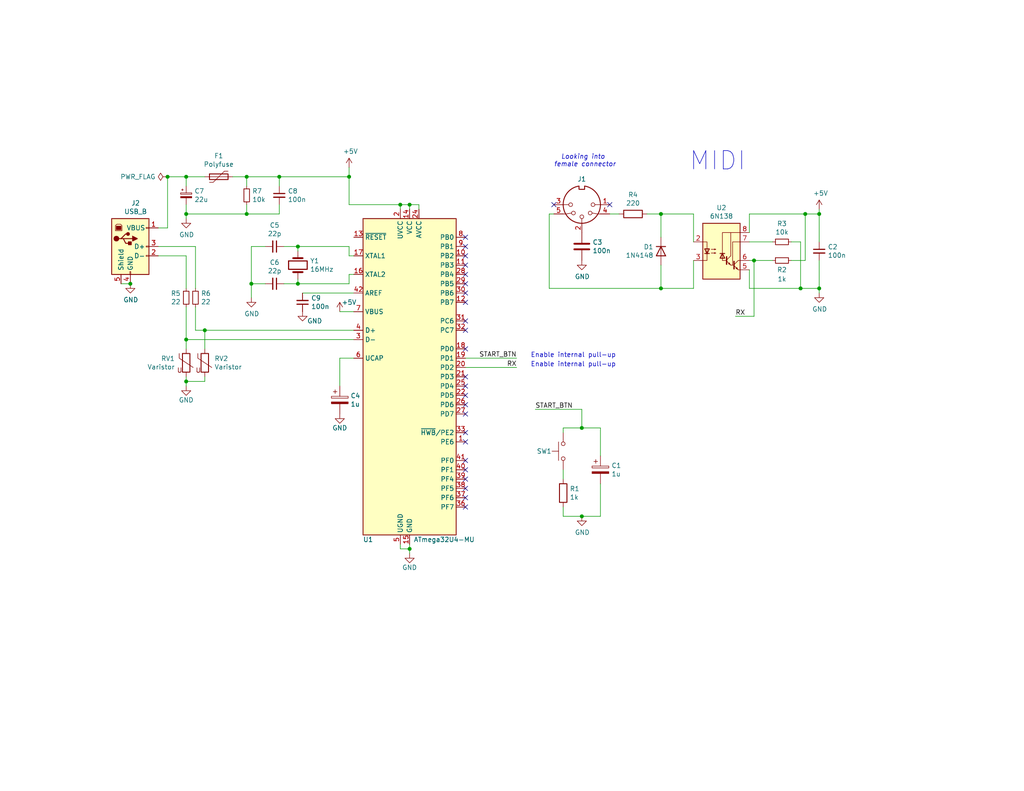
<source format=kicad_sch>
(kicad_sch (version 20211123) (generator eeschema)
  (paper "USLetter")
  (title_block (title "Rock Band 3 MIDI Adapter") (date "2021-10-26") (rev "1") (comment 1 "Designed By: Jason Carrete"))
  (lib_symbols
    (symbol "Connector:DIN-5_180degree" (pin_names (offset 1.016))
      (property "Reference" "J" (at 3.175 5.715 0))
      (property "Value" "DIN-5_180degree" (at 0 -6.35 0))
      (symbol "DIN-5_180degree_0_1"
        (arc (start -5.08 0) (mid -3.8597 -3.3379) (end -0.762 -5.08) (stroke (width 0.254)))
        (circle (center -3.048 0) (radius 0.508))
        (circle (center -2.286 2.286) (radius 0.508))
        (polyline (pts (xy -5.08 0) (xy -3.556 0)))
        (polyline (pts (xy 0 5.08) (xy 0 3.81)))
        (polyline (pts (xy 5.08 0) (xy 3.556 0)))
        (polyline (pts (xy -5.08 2.54) (xy -4.318 2.54) (xy -2.794 2.286)))
        (polyline (pts (xy 5.08 2.54) (xy 4.318 2.54) (xy 2.794 2.286)))
        (polyline (pts (xy -0.762 -4.953) (xy -0.762 -4.191) (xy 0.762 -4.191) (xy 0.762 -4.953)) (stroke (width 0.254)))
        (circle (center 0 3.302) (radius 0.508))
        (arc (start 0.762 -5.08) (mid 3.8673 -3.3444) (end 5.08 0) (stroke (width 0.254)))
        (circle (center 2.286 2.286) (radius 0.508))
        (circle (center 3.048 0) (radius 0.508))
        (arc (start 5.08 0) (mid 0 5.08) (end -5.08 0) (stroke (width 0.254)))
      )
      (symbol "DIN-5_180degree_1_1"
        (pin passive line (at -7.62 0 0) (length 2.54) (name "~") (number "1"))
        (pin passive line (at 0 7.62 270) (length 2.54) (name "~") (number "2"))
        (pin passive line (at 7.62 0 180) (length 2.54) (name "~") (number "3"))
        (pin passive line (at -7.62 2.54 0) (length 2.54) (name "~") (number "4"))
        (pin passive line (at 7.62 2.54 180) (length 2.54) (name "~") (number "5"))
      )
    )
    (symbol "Connector:USB_B" (pin_names (offset 1.016))
      (property "Reference" "J" (at -5.08 11.43 0))
      (property "Value" "USB_B" (at -5.08 8.89 0))
      (symbol "USB_B_0_1"
        (rectangle (start -5.08 -7.62) (end 5.08 7.62) (stroke (width 0.254)) (fill (type background)))
        (circle (center -3.81 2.159) (radius 0.635) (stroke (width 0.254)) (fill (type outline)))
        (rectangle (start -3.81 5.588) (end -2.54 4.572) (fill (type outline)))
        (circle (center -0.635 3.429) (radius 0.381) (stroke (width 0.254)) (fill (type outline)))
        (rectangle (start -0.127 -7.62) (end 0.127 -6.858))
        (polyline (pts (xy -1.905 2.159) (xy 0.635 2.159)) (stroke (width 0.254)))
        (polyline (pts (xy -3.175 2.159) (xy -2.54 2.159) (xy -1.27 3.429) (xy -0.635 3.429)) (stroke (width 0.254)))
        (polyline (pts (xy -2.54 2.159) (xy -1.905 2.159) (xy -1.27 0.889) (xy 0 0.889)) (stroke (width 0.254)))
        (polyline (pts (xy 0.635 2.794) (xy 0.635 1.524) (xy 1.905 2.159) (xy 0.635 2.794)) (stroke (width 0.254)) (fill (type outline)))
        (polyline (pts (xy -4.064 4.318) (xy -2.286 4.318) (xy -2.286 5.715) (xy -2.667 6.096) (xy -3.683 6.096) (xy -4.064 5.715) (xy -4.064 4.318)))
        (rectangle (start 0.254 1.27) (end -0.508 0.508) (stroke (width 0.254)) (fill (type outline)))
        (rectangle (start 5.08 -2.667) (end 4.318 -2.413))
        (rectangle (start 5.08 -0.127) (end 4.318 0.127))
        (rectangle (start 5.08 4.953) (end 4.318 5.207))
      )
      (symbol "USB_B_1_1"
        (pin power_out line (at 7.62 5.08 180) (length 2.54) (name "VBUS") (number "1"))
        (pin bidirectional line (at 7.62 -2.54 180) (length 2.54) (name "D-") (number "2"))
        (pin bidirectional line (at 7.62 0 180) (length 2.54) (name "D+") (number "3"))
        (pin power_out line (at 0 -10.16 90) (length 2.54) (name "GND") (number "4"))
        (pin passive line (at -2.54 -10.16 90) (length 2.54) (name "Shield") (number "5"))
      )
    )
    (symbol "Device:C" (pin_numbers hide) (pin_names (offset 0.254))
      (property "Reference" "C" (at 0.635 2.54 0))
      (property "Value" "C" (at 0.635 -2.54 0))
      (symbol "C_0_1"
        (polyline (pts (xy -2.032 -0.762) (xy 2.032 -0.762)) (stroke (width 0.508)))
        (polyline (pts (xy -2.032 0.762) (xy 2.032 0.762)) (stroke (width 0.508)))
      )
      (symbol "C_1_1"
        (pin passive line (at 0 3.81 270) (length 2.794) (name "~") (number "1"))
        (pin passive line (at 0 -3.81 90) (length 2.794) (name "~") (number "2"))
      )
    )
    (symbol "Device:CP" (pin_numbers hide) (pin_names (offset 0.254))
      (property "Reference" "C" (at 0.635 2.54 0))
      (property "Value" "Device_CP" (at 0.635 -2.54 0))
      (symbol "CP_0_1"
        (rectangle (start -2.286 0.508) (end 2.286 1.016))
        (polyline (pts (xy -1.778 2.286) (xy -0.762 2.286)))
        (polyline (pts (xy -1.27 2.794) (xy -1.27 1.778)))
        (rectangle (start 2.286 -0.508) (end -2.286 -1.016) (fill (type outline)))
      )
      (symbol "CP_1_1"
        (pin passive line (at 0 3.81 270) (length 2.794) (name "~") (number "1"))
        (pin passive line (at 0 -3.81 90) (length 2.794) (name "~") (number "2"))
      )
    )
    (symbol "Device:CP_Small" (pin_numbers hide) (pin_names (offset 0.254) hide)
      (property "Reference" "C" (at 0.254 1.778 0))
      (property "Value" "Device_CP_Small" (at 0.254 -2.032 0))
      (symbol "CP_Small_0_1"
        (rectangle (start -1.524 -0.3048) (end 1.524 -0.6858) (fill (type outline)))
        (rectangle (start -1.524 0.6858) (end 1.524 0.3048))
        (polyline (pts (xy -1.27 1.524) (xy -0.762 1.524)))
        (polyline (pts (xy -1.016 1.27) (xy -1.016 1.778)))
      )
      (symbol "CP_Small_1_1"
        (pin passive line (at 0 2.54 270) (length 1.8542) (name "~") (number "1"))
        (pin passive line (at 0 -2.54 90) (length 1.8542) (name "~") (number "2"))
      )
    )
    (symbol "Device:C_Small" (pin_numbers hide) (pin_names (offset 0.254) hide)
      (property "Reference" "C" (at 0.254 1.778 0))
      (property "Value" "C_Small" (at 0.254 -2.032 0))
      (symbol "C_Small_0_1"
        (polyline (pts (xy -1.524 -0.508) (xy 1.524 -0.508)) (stroke (width 0.3302)))
        (polyline (pts (xy -1.524 0.508) (xy 1.524 0.508)) (stroke (width 0.3048)))
      )
      (symbol "C_Small_1_1"
        (pin passive line (at 0 2.54 270) (length 2.032) (name "~") (number "1"))
        (pin passive line (at 0 -2.54 90) (length 2.032) (name "~") (number "2"))
      )
    )
    (symbol "Device:Crystal" (pin_numbers hide) (pin_names (offset 1.016) hide)
      (property "Reference" "Y" (at 0 3.81 0))
      (property "Value" "Crystal" (at 0 -3.81 0))
      (symbol "Crystal_0_1"
        (rectangle (start -1.143 2.54) (end 1.143 -2.54) (stroke (width 0.3048)))
        (polyline (pts (xy -2.54 0) (xy -1.905 0)))
        (polyline (pts (xy -1.905 -1.27) (xy -1.905 1.27)) (stroke (width 0.508)))
        (polyline (pts (xy 1.905 -1.27) (xy 1.905 1.27)) (stroke (width 0.508)))
        (polyline (pts (xy 2.54 0) (xy 1.905 0)))
      )
      (symbol "Crystal_1_1"
        (pin passive line (at -3.81 0 0) (length 1.27) (name "1") (number "1"))
        (pin passive line (at 3.81 0 180) (length 1.27) (name "2") (number "2"))
      )
    )
    (symbol "Device:Polyfuse" (pin_numbers hide) (pin_names (offset 0))
      (property "Reference" "F" (at -2.54 0 90))
      (property "Value" "Polyfuse" (at 2.54 0 90))
      (symbol "Polyfuse_0_1"
        (rectangle (start -0.762 2.54) (end 0.762 -2.54) (stroke (width 0.254)))
        (polyline (pts (xy 0 2.54) (xy 0 -2.54)))
        (polyline (pts (xy -1.524 2.54) (xy -1.524 1.524) (xy 1.524 -1.524) (xy 1.524 -2.54)))
      )
      (symbol "Polyfuse_1_1"
        (pin passive line (at 0 3.81 270) (length 1.27) (name "~") (number "1"))
        (pin passive line (at 0 -3.81 90) (length 1.27) (name "~") (number "2"))
      )
    )
    (symbol "Device:R" (pin_numbers hide) (pin_names (offset 0))
      (property "Reference" "R" (at 2.032 0 90))
      (property "Value" "R" (at 0 0 90))
      (symbol "R_0_1"
        (rectangle (start -1.016 -2.54) (end 1.016 2.54) (stroke (width 0.254)))
      )
      (symbol "R_1_1"
        (pin passive line (at 0 3.81 270) (length 1.27) (name "~") (number "1"))
        (pin passive line (at 0 -3.81 90) (length 1.27) (name "~") (number "2"))
      )
    )
    (symbol "Device:R_Small" (pin_numbers hide) (pin_names (offset 0.254) hide)
      (property "Reference" "R" (at 0.762 0.508 0))
      (property "Value" "R_Small" (at 0.762 -1.016 0))
      (symbol "R_Small_0_1"
        (rectangle (start -0.762 1.778) (end 0.762 -1.778) (stroke (width 0.2032)))
      )
      (symbol "R_Small_1_1"
        (pin passive line (at 0 2.54 270) (length 0.762) (name "~") (number "1"))
        (pin passive line (at 0 -2.54 90) (length 0.762) (name "~") (number "2"))
      )
    )
    (symbol "Device:Varistor" (pin_numbers hide) (pin_names (offset 0))
      (property "Reference" "RV" (at 3.175 0 90))
      (property "Value" "Varistor" (at -3.175 0 90))
      (symbol "Varistor_0_0"
        (text "U" (at -1.778 -2.032 0) (effects (font (size 1.27 1.27))))
      )
      (symbol "Varistor_0_1"
        (rectangle (start -1.016 -2.54) (end 1.016 2.54) (stroke (width 0.254)))
        (polyline (pts (xy -1.905 2.54) (xy -1.905 1.27) (xy 1.905 -1.27)))
      )
      (symbol "Varistor_1_1"
        (pin passive line (at 0 3.81 270) (length 1.27) (name "~") (number "1"))
        (pin passive line (at 0 -3.81 90) (length 1.27) (name "~") (number "2"))
      )
    )
    (symbol "Diode:1N4148" (pin_numbers hide) (pin_names (offset 1.016) hide)
      (property "Reference" "D" (at 0 2.54 0))
      (property "Value" "1N4148" (at 0 -2.54 0))
      (symbol "1N4148_0_1"
        (polyline (pts (xy -1.27 1.27) (xy -1.27 -1.27)) (stroke (width 0.254)))
        (polyline (pts (xy 1.27 0) (xy -1.27 0)))
        (polyline (pts (xy 1.27 1.27) (xy 1.27 -1.27) (xy -1.27 0) (xy 1.27 1.27)) (stroke (width 0.254)))
      )
      (symbol "1N4148_1_1"
        (pin passive line (at -3.81 0 0) (length 2.54) (name "K") (number "1"))
        (pin passive line (at 3.81 0 180) (length 2.54) (name "A") (number "2"))
      )
    )
    (symbol "Isolator:6N138" (pin_names (offset 1.016) hide)
      (property "Reference" "U" (at -4.064 8.89 0))
      (property "Value" "6N138" (at 2.286 8.89 0))
      (symbol "6N138_0_1"
        (rectangle (start -5.08 7.62) (end 5.08 -7.62) (stroke (width 0.254)) (fill (type background)))
        (polyline (pts (xy -4.572 -0.635) (xy -3.302 -0.635)) (stroke (width 0.254)))
        (polyline (pts (xy 0.889 -0.635) (xy -0.381 -0.635)) (stroke (width 0.254)))
        (polyline (pts (xy 1.397 -2.667) (xy 2.54 -3.81)))
        (polyline (pts (xy 1.397 -2.413) (xy 2.54 -1.27)))
        (polyline (pts (xy 2.54 -3.81) (xy 3.175 -3.81)))
        (polyline (pts (xy 3.429 -3.937) (xy 4.572 -5.08)))
        (polyline (pts (xy 3.429 -3.683) (xy 4.572 -2.54)))
        (polyline (pts (xy 4.572 -5.08) (xy 5.08 -5.08)))
        (polyline (pts (xy 4.572 -2.54) (xy 5.08 -2.54)))
        (polyline (pts (xy 1.397 -1.524) (xy 1.397 -3.556) (xy 1.397 -3.556)) (stroke (width 0.3556)))
        (polyline (pts (xy 2.54 -1.27) (xy 2.54 5.08) (xy 5.08 5.08)))
        (polyline (pts (xy 3.429 -2.794) (xy 3.429 -4.826) (xy 3.429 -4.826)) (stroke (width 0.3556)))
        (polyline (pts (xy 5.08 2.54) (xy 3.048 2.54) (xy 3.048 -3.81)))
        (polyline (pts (xy -5.08 -2.54) (xy -3.937 -2.54) (xy -3.937 2.54) (xy -5.08 2.54)))
        (polyline (pts (xy -3.937 -0.635) (xy -4.572 0.635) (xy -3.302 0.635) (xy -3.937 -0.635)) (stroke (width 0.254)))
        (polyline (pts (xy 0.254 -0.635) (xy 0.889 -1.905) (xy -0.381 -1.905) (xy 0.254 -0.635)) (stroke (width 0.254)))
        (polyline (pts (xy 1.27 -2.54) (xy 0.254 -2.54) (xy 0.254 5.08) (xy 2.54 5.08)))
        (polyline (pts (xy 2.413 -3.683) (xy 2.159 -3.175) (xy 1.905 -3.429) (xy 2.413 -3.683)))
        (polyline (pts (xy 4.445 -4.953) (xy 4.191 -4.445) (xy 3.937 -4.699) (xy 4.445 -4.953)))
        (polyline (pts (xy -2.794 -0.508) (xy -1.524 -0.508) (xy -1.905 -0.635) (xy -1.905 -0.381) (xy -1.524 -0.508)))
        (polyline (pts (xy -2.794 0.508) (xy -1.524 0.508) (xy -1.905 0.381) (xy -1.905 0.635) (xy -1.524 0.508)))
      )
      (symbol "6N138_1_1"
        (pin no_connect line (at -5.08 5.08 0) (length 2.54) hide (name "NC") (number "1"))
        (pin passive line (at -7.62 2.54 0) (length 2.54) (name "C1") (number "2"))
        (pin passive line (at -7.62 -2.54 0) (length 2.54) (name "C2") (number "3"))
        (pin no_connect line (at -5.08 -5.08 0) (length 2.54) hide (name "NC") (number "4"))
        (pin passive line (at 7.62 -5.08 180) (length 2.54) (name "GND") (number "5"))
        (pin passive line (at 7.62 -2.54 180) (length 2.54) (name "VO2") (number "6"))
        (pin passive line (at 7.62 2.54 180) (length 2.54) (name "VO1") (number "7"))
        (pin passive line (at 7.62 5.08 180) (length 2.54) (name "VCC") (number "8"))
      )
    )
    (symbol "MCU_Microchip_ATmega:ATmega32U4-MU"
      (property "Reference" "U" (at -12.7 44.45 0))
      (property "Value" "MCU_Microchip_ATmega_ATmega32U4-MU" (at 2.54 -44.45 0))
      (symbol "ATmega32U4-MU_0_1"
        (rectangle (start -12.7 -43.18) (end 12.7 43.18) (stroke (width 0.254)) (fill (type background)))
      )
      (symbol "ATmega32U4-MU_1_1"
        (pin bidirectional line (at 15.24 -17.78 180) (length 2.54) (name "PE6") (number "1"))
        (pin bidirectional line (at 15.24 33.02 180) (length 2.54) (name "PB2") (number "10"))
        (pin bidirectional line (at 15.24 30.48 180) (length 2.54) (name "PB3") (number "11"))
        (pin bidirectional line (at 15.24 20.32 180) (length 2.54) (name "PB7") (number "12"))
        (pin input line (at -15.24 38.1 0) (length 2.54) (name "~{RESET}") (number "13"))
        (pin power_in line (at 0 45.72 270) (length 2.54) (name "VCC") (number "14"))
        (pin power_in line (at 0 -45.72 90) (length 2.54) (name "GND") (number "15"))
        (pin output line (at -15.24 27.94 0) (length 2.54) (name "XTAL2") (number "16"))
        (pin input line (at -15.24 33.02 0) (length 2.54) (name "XTAL1") (number "17"))
        (pin bidirectional line (at 15.24 7.62 180) (length 2.54) (name "PD0") (number "18"))
        (pin bidirectional line (at 15.24 5.08 180) (length 2.54) (name "PD1") (number "19"))
        (pin power_in line (at -2.54 45.72 270) (length 2.54) (name "UVCC") (number "2"))
        (pin bidirectional line (at 15.24 2.54 180) (length 2.54) (name "PD2") (number "20"))
        (pin bidirectional line (at 15.24 0 180) (length 2.54) (name "PD3") (number "21"))
        (pin bidirectional line (at 15.24 -5.08 180) (length 2.54) (name "PD5") (number "22"))
        (pin passive line (at 0 -45.72 90) (length 2.54) hide (name "GND") (number "23"))
        (pin power_in line (at 2.54 45.72 270) (length 2.54) (name "AVCC") (number "24"))
        (pin bidirectional line (at 15.24 -2.54 180) (length 2.54) (name "PD4") (number "25"))
        (pin bidirectional line (at 15.24 -7.62 180) (length 2.54) (name "PD6") (number "26"))
        (pin bidirectional line (at 15.24 -10.16 180) (length 2.54) (name "PD7") (number "27"))
        (pin bidirectional line (at 15.24 27.94 180) (length 2.54) (name "PB4") (number "28"))
        (pin bidirectional line (at 15.24 25.4 180) (length 2.54) (name "PB5") (number "29"))
        (pin bidirectional line (at -15.24 10.16 0) (length 2.54) (name "D-") (number "3"))
        (pin bidirectional line (at 15.24 22.86 180) (length 2.54) (name "PB6") (number "30"))
        (pin bidirectional line (at 15.24 15.24 180) (length 2.54) (name "PC6") (number "31"))
        (pin bidirectional line (at 15.24 12.7 180) (length 2.54) (name "PC7") (number "32"))
        (pin bidirectional line (at 15.24 -15.24 180) (length 2.54) (name "~{HWB}/PE2") (number "33"))
        (pin passive line (at 0 45.72 270) (length 2.54) hide (name "VCC") (number "34"))
        (pin passive line (at 0 -45.72 90) (length 2.54) hide (name "GND") (number "35"))
        (pin bidirectional line (at 15.24 -35.56 180) (length 2.54) (name "PF7") (number "36"))
        (pin bidirectional line (at 15.24 -33.02 180) (length 2.54) (name "PF6") (number "37"))
        (pin bidirectional line (at 15.24 -30.48 180) (length 2.54) (name "PF5") (number "38"))
        (pin bidirectional line (at 15.24 -27.94 180) (length 2.54) (name "PF4") (number "39"))
        (pin bidirectional line (at -15.24 12.7 0) (length 2.54) (name "D+") (number "4"))
        (pin bidirectional line (at 15.24 -25.4 180) (length 2.54) (name "PF1") (number "40"))
        (pin bidirectional line (at 15.24 -22.86 180) (length 2.54) (name "PF0") (number "41"))
        (pin passive line (at -15.24 22.86 0) (length 2.54) (name "AREF") (number "42"))
        (pin passive line (at 0 -45.72 90) (length 2.54) hide (name "GND") (number "43"))
        (pin passive line (at 2.54 45.72 270) (length 2.54) hide (name "AVCC") (number "44"))
        (pin passive line (at 0 -45.72 90) (length 2.54) hide (name "GND") (number "45"))
        (pin passive line (at -2.54 -45.72 90) (length 2.54) (name "UGND") (number "5"))
        (pin passive line (at -15.24 5.08 0) (length 2.54) (name "UCAP") (number "6"))
        (pin input line (at -15.24 17.78 0) (length 2.54) (name "VBUS") (number "7"))
        (pin bidirectional line (at 15.24 38.1 180) (length 2.54) (name "PB0") (number "8"))
        (pin bidirectional line (at 15.24 35.56 180) (length 2.54) (name "PB1") (number "9"))
      )
    )
    (symbol "Switch:SW_Push" (pin_numbers hide) (pin_names (offset 1.016) hide)
      (property "Reference" "SW" (at 1.27 2.54 0))
      (property "Value" "SW_Push" (at 0 -1.524 0))
      (symbol "SW_Push_0_1"
        (circle (center -2.032 0) (radius 0.508))
        (polyline (pts (xy 0 1.27) (xy 0 3.048)))
        (polyline (pts (xy 2.54 1.27) (xy -2.54 1.27)))
        (circle (center 2.032 0) (radius 0.508))
        (pin passive line (at -5.08 0 0) (length 2.54) (name "1") (number "1"))
        (pin passive line (at 5.08 0 180) (length 2.54) (name "2") (number "2"))
      )
    )
    (symbol "power:+5V" (power) (pin_names (offset 0))
      (property "Value" "+5V" (at 0 3.556 0))
      (symbol "+5V_0_1"
        (polyline (pts (xy -0.762 1.27) (xy 0 2.54)))
        (polyline (pts (xy 0 0) (xy 0 2.54)))
        (polyline (pts (xy 0 2.54) (xy 0.762 1.27)))
      )
      (symbol "+5V_1_1"
        (pin power_in line (at 0 0 90) (length 0) hide (name "+5V") (number "1"))
      )
    )
    (symbol "power:GND" (power) (pin_names (offset 0))
      (property "Value" "GND" (at 0 -3.81 0))
      (symbol "GND_0_1"
        (polyline (pts (xy 0 0) (xy 0 -1.27) (xy 1.27 -1.27) (xy 0 -2.54) (xy -1.27 -1.27) (xy 0 -1.27)))
      )
      (symbol "GND_1_1"
        (pin power_in line (at 0 0 270) (length 0) hide (name "GND") (number "1"))
      )
    )
    (symbol "power:PWR_FLAG" (power) (pin_numbers hide) (pin_names (offset 0) hide)
      (property "Value" "PWR_FLAG" (at 0 3.81 0))
      (symbol "PWR_FLAG_0_0"
        (pin power_out line (at 0 0 90) (length 0) (name "pwr") (number "1"))
      )
      (symbol "PWR_FLAG_0_1"
        (polyline (pts (xy 0 0) (xy 0 1.27) (xy -1.016 1.905) (xy 0 2.54) (xy 1.016 1.905) (xy 0 1.27)))
      )
    )
  )
  (junction (at 180.34 78.74))
  (junction (at 35.56 77.47))
  (junction (at 219.71 58.42))
  (junction (at 223.52 58.42))
  (junction (at 55.88 90.17))
  (junction (at 111.76 149.86))
  (junction (at 50.8 48.26))
  (junction (at 50.8 104.14))
  (junction (at 111.76 55.88))
  (junction (at 158.75 140.97))
  (junction (at 45.72 48.26))
  (junction (at 81.28 67.31))
  (junction (at 218.44 78.74))
  (junction (at 76.2 48.26))
  (junction (at 67.31 48.26))
  (junction (at 81.28 77.47))
  (junction (at 205.74 71.12))
  (junction (at 67.31 58.42))
  (junction (at 223.52 78.74))
  (junction (at 109.22 55.88))
  (junction (at 180.34 58.42))
  (junction (at 50.8 92.71))
  (junction (at 95.25 48.26))
  (junction (at 68.58 77.47))
  (junction (at 50.8 58.42))
  (junction (at 158.75 116.84))
  (no_connect (at 127 67.31))
  (no_connect (at 127 69.85))
  (no_connect (at 127 118.11))
  (no_connect (at 127 125.73))
  (no_connect (at 127 113.03))
  (no_connect (at 127 82.55))
  (no_connect (at 127 77.47))
  (no_connect (at 127 128.27))
  (no_connect (at 127 135.89))
  (no_connect (at 166.37 55.88))
  (no_connect (at 127 74.93))
  (no_connect (at 127 95.25))
  (no_connect (at 127 105.41))
  (no_connect (at 151.13 55.88))
  (no_connect (at 127 138.43))
  (no_connect (at 127 90.17))
  (no_connect (at 127 130.81))
  (no_connect (at 127 80.01))
  (no_connect (at 127 133.35))
  (no_connect (at 127 107.95))
  (no_connect (at 127 120.65))
  (no_connect (at 127 64.77))
  (no_connect (at 127 102.87))
  (no_connect (at 127 72.39))
  (no_connect (at 127 87.63))
  (no_connect (at 127 110.49))
  (wire (pts (xy 205.74 71.12) (xy 205.74 86.36)))
  (wire (pts (xy 189.23 71.12) (xy 189.23 78.74)))
  (wire (pts (xy 163.83 116.84) (xy 163.83 124.46)))
  (wire (pts (xy 92.71 85.09) (xy 96.52 85.09)))
  (wire (pts (xy 81.28 67.31) (xy 95.25 67.31)))
  (wire (pts (xy 53.34 83.82) (xy 53.34 90.17)))
  (wire (pts (xy 149.86 78.74) (xy 180.34 78.74)))
  (wire (pts (xy 95.25 48.26) (xy 95.25 55.88)))
  (wire (pts (xy 50.8 55.88) (xy 50.8 58.42)))
  (wire (pts (xy 189.23 66.04) (xy 189.23 58.42)))
  (wire (pts (xy 204.47 63.5) (xy 204.47 58.42)))
  (wire (pts (xy 153.67 138.43) (xy 153.67 140.97)))
  (wire (pts (xy 109.22 55.88) (xy 109.22 57.15)))
  (wire (pts (xy 114.3 55.88) (xy 114.3 57.15)))
  (wire (pts (xy 45.72 48.26) (xy 45.72 62.23)))
  (wire (pts (xy 111.76 148.59) (xy 111.76 149.86)))
  (wire (pts (xy 163.83 140.97) (xy 158.75 140.97)))
  (wire (pts (xy 72.39 67.31) (xy 68.58 67.31)))
  (wire (pts (xy 111.76 55.88) (xy 114.3 55.88)))
  (wire (pts (xy 55.88 90.17) (xy 96.52 90.17)))
  (wire (pts (xy 223.52 78.74) (xy 218.44 78.74)))
  (wire (pts (xy 63.5 48.26) (xy 67.31 48.26)))
  (wire (pts (xy 50.8 58.42) (xy 67.31 58.42)))
  (wire (pts (xy 205.74 71.12) (xy 210.82 71.12)))
  (wire (pts (xy 68.58 67.31) (xy 68.58 77.47)))
  (wire (pts (xy 189.23 58.42) (xy 180.34 58.42)))
  (wire (pts (xy 204.47 73.66) (xy 204.47 78.74)))
  (wire (pts (xy 50.8 59.69) (xy 50.8 58.42)))
  (wire (pts (xy 223.52 71.12) (xy 223.52 78.74)))
  (wire (pts (xy 96.52 80.01) (xy 82.55 80.01)))
  (wire (pts (xy 45.72 48.26) (xy 50.8 48.26)))
  (wire (pts (xy 111.76 55.88) (xy 111.76 57.15)))
  (wire (pts (xy 168.91 58.42) (xy 166.37 58.42)))
  (wire (pts (xy 127 97.79) (xy 140.97 97.79)))
  (wire (pts (xy 223.52 58.42) (xy 223.52 66.04)))
  (wire (pts (xy 218.44 66.04) (xy 218.44 78.74)))
  (wire (pts (xy 53.34 90.17) (xy 55.88 90.17)))
  (wire (pts (xy 50.8 48.26) (xy 55.88 48.26)))
  (wire (pts (xy 109.22 149.86) (xy 109.22 148.59)))
  (wire (pts (xy 180.34 72.39) (xy 180.34 78.74)))
  (wire (pts (xy 76.2 50.8) (xy 76.2 48.26)))
  (wire (pts (xy 50.8 69.85) (xy 43.18 69.85)))
  (wire (pts (xy 92.71 105.41) (xy 92.71 97.79)))
  (wire (pts (xy 81.28 77.47) (xy 95.25 77.47)))
  (wire (pts (xy 111.76 149.86) (xy 109.22 149.86)))
  (wire (pts (xy 95.25 77.47) (xy 95.25 74.93)))
  (wire (pts (xy 50.8 105.41) (xy 50.8 104.14)))
  (wire (pts (xy 163.83 132.08) (xy 163.83 140.97)))
  (wire (pts (xy 95.25 67.31) (xy 95.25 69.85)))
  (wire (pts (xy 158.75 116.84) (xy 158.75 111.76)))
  (wire (pts (xy 43.18 67.31) (xy 53.34 67.31)))
  (wire (pts (xy 149.86 58.42) (xy 149.86 78.74)))
  (wire (pts (xy 204.47 78.74) (xy 218.44 78.74)))
  (wire (pts (xy 55.88 104.14) (xy 55.88 102.87)))
  (wire (pts (xy 223.52 57.15) (xy 223.52 58.42)))
  (wire (pts (xy 76.2 58.42) (xy 76.2 55.88)))
  (wire (pts (xy 204.47 66.04) (xy 210.82 66.04)))
  (wire (pts (xy 153.67 118.11) (xy 153.67 116.84)))
  (wire (pts (xy 223.52 80.01) (xy 223.52 78.74)))
  (wire (pts (xy 95.25 45.72) (xy 95.25 48.26)))
  (wire (pts (xy 189.23 78.74) (xy 180.34 78.74)))
  (wire (pts (xy 95.25 69.85) (xy 96.52 69.85)))
  (wire (pts (xy 68.58 77.47) (xy 68.58 81.28)))
  (wire (pts (xy 67.31 48.26) (xy 76.2 48.26)))
  (wire (pts (xy 45.72 62.23) (xy 43.18 62.23)))
  (wire (pts (xy 151.13 58.42) (xy 149.86 58.42)))
  (wire (pts (xy 67.31 58.42) (xy 76.2 58.42)))
  (wire (pts (xy 72.39 77.47) (xy 68.58 77.47)))
  (wire (pts (xy 95.25 55.88) (xy 109.22 55.88)))
  (wire (pts (xy 140.97 100.33) (xy 127 100.33)))
  (wire (pts (xy 153.67 116.84) (xy 158.75 116.84)))
  (wire (pts (xy 50.8 50.8) (xy 50.8 48.26)))
  (wire (pts (xy 50.8 92.71) (xy 50.8 83.82)))
  (wire (pts (xy 158.75 116.84) (xy 163.83 116.84)))
  (wire (pts (xy 215.9 66.04) (xy 218.44 66.04)))
  (wire (pts (xy 219.71 58.42) (xy 223.52 58.42)))
  (wire (pts (xy 205.74 86.36) (xy 200.66 86.36)))
  (wire (pts (xy 111.76 149.86) (xy 111.76 151.13)))
  (wire (pts (xy 33.02 77.47) (xy 35.56 77.47)))
  (wire (pts (xy 53.34 67.31) (xy 53.34 78.74)))
  (wire (pts (xy 176.53 58.42) (xy 180.34 58.42)))
  (wire (pts (xy 158.75 111.76) (xy 146.05 111.76)))
  (wire (pts (xy 180.34 64.77) (xy 180.34 58.42)))
  (wire (pts (xy 215.9 71.12) (xy 219.71 71.12)))
  (wire (pts (xy 111.76 55.88) (xy 109.22 55.88)))
  (wire (pts (xy 76.2 48.26) (xy 95.25 48.26)))
  (wire (pts (xy 67.31 48.26) (xy 67.31 50.8)))
  (wire (pts (xy 50.8 102.87) (xy 50.8 104.14)))
  (wire (pts (xy 95.25 74.93) (xy 96.52 74.93)))
  (wire (pts (xy 77.47 77.47) (xy 81.28 77.47)))
  (wire (pts (xy 158.75 140.97) (xy 153.67 140.97)))
  (wire (pts (xy 92.71 97.79) (xy 96.52 97.79)))
  (wire (pts (xy 153.67 128.27) (xy 153.67 130.81)))
  (wire (pts (xy 96.52 92.71) (xy 50.8 92.71)))
  (wire (pts (xy 55.88 95.25) (xy 55.88 90.17)))
  (wire (pts (xy 81.28 76.2) (xy 81.28 77.47)))
  (wire (pts (xy 219.71 71.12) (xy 219.71 58.42)))
  (wire (pts (xy 81.28 68.58) (xy 81.28 67.31)))
  (wire (pts (xy 50.8 78.74) (xy 50.8 69.85)))
  (wire (pts (xy 204.47 58.42) (xy 219.71 58.42)))
  (wire (pts (xy 50.8 92.71) (xy 50.8 95.25)))
  (wire (pts (xy 50.8 104.14) (xy 55.88 104.14)))
  (wire (pts (xy 67.31 55.88) (xy 67.31 58.42)))
  (wire (pts (xy 77.47 67.31) (xy 81.28 67.31)))
  (wire (pts (xy 204.47 71.12) (xy 205.74 71.12)))
  (text "MIDI" (at 187.96 46.99 0) (effects (font (size 5.0038 5.0038)) (justify left bottom)))
  (text "Enable internal pull-up" (at 144.78 100.33 0) (effects (font (size 1.27 1.27)) (justify left bottom)))
  (text "  Looking into\nfemale connector" (at 151.13 45.72 0) (effects (font (size 1.27 1.27) italic) (justify left bottom)))
  (text "Enable internal pull-up" (at 144.78 97.79 0) (effects (font (size 1.27 1.27)) (justify left bottom)))
  (label "RX" (at 140.97 100.33 180))
  (label "RX" (at 200.66 86.36 0))
  (label "START_BTN" (at 140.97 97.79 180))
  (label "START_BTN" (at 146.05 111.76 0))
  (symbol (lib_id "MCU_Microchip_ATmega:ATmega32U4-MU") (at 111.76 102.87 0) (unit 1)
    (property "Reference" "U1" (at 99.06 147.32 0) (effects (justify left)))
    (property "Value" "ATmega32U4-MU" (at 129.54 147.32 0) (effects (justify right)))
    (property "Footprint" "Package_QFP:TQFP-44_10x10mm_P0.8mm" (effects hide))
    (property "Datasheet" "http://ww1.microchip.com/downloads/en/DeviceDoc/Atmel-7766-8-bit-AVR-ATmega16U4-32U4_Datasheet.pdf" (effects hide))
  )
  (symbol (lib_id "Device:R") (at 153.67 134.62 0) (unit 1)
    (property "Reference" "R1" (at 155.448 133.4516 0) (effects (justify left)))
    (property "Value" "1k" (at 155.448 135.763 0) (effects (justify left)))
    (property "Footprint" "Resistor_THT:R_Axial_DIN0204_L3.6mm_D1.6mm_P5.08mm_Horizontal" (effects hide))
  )
  (symbol (lib_id "Switch:SW_Push") (at 153.67 123.19 90) (unit 1)
    (property "Reference" "SW1" (at 146.431 123.19 90) (effects (justify right)))
    (property "Value" "SW_Push" (effects hide))
    (property "Footprint" "Button_Switch_THT:SW_PUSH_6mm_H8mm" (effects hide))
  )
  (symbol (lib_id "power:GND") (at 111.76 151.13 0) (unit 1)
    (property "Reference" "#PWR0101" (effects hide))
    (property "Value" "GND" (at 111.76 154.94 0))
  )
  (symbol (lib_id "Device:CP") (at 163.83 128.27 0) (unit 1)
    (property "Reference" "C1" (at 166.8272 127.1016 0) (effects (justify left)))
    (property "Value" "1u" (at 166.8272 129.413 0) (effects (justify left)))
    (property "Footprint" "Capacitor_THT:CP_Radial_D4.0mm_P1.50mm" (effects hide))
  )
  (symbol (lib_id "power:GND") (at 158.75 140.97 0) (unit 1)
    (property "Reference" "#PWR0102" (effects hide))
    (property "Value" "GND" (at 158.877 145.3642 0))
  )
  (symbol (lib_id "Connector:DIN-5_180degree") (at 158.75 55.88 180) (unit 1)
    (property "Reference" "J1" (at 158.75 48.895 0))
    (property "Value" "DIN-5_180degree" (effects hide))
    (property "Footprint" "Eurocad:MIDI_DIN5" (effects hide))
    (property "Datasheet" "http://www.mouser.com/ds/2/18/40_c091_abd_e-75918.pdf" (effects hide))
  )
  (symbol (lib_id "power:+5V") (at 95.25 45.72 0) (unit 1)
    (property "Reference" "#PWR0104" (effects hide))
    (property "Value" "+5V" (at 95.631 41.3258 0))
  )
  (symbol (lib_id "Isolator:6N138") (at 196.85 68.58 0) (unit 1)
    (property "Reference" "U2" (at 196.85 56.7182 0))
    (property "Value" "6N138" (at 196.85 59.0296 0))
    (property "Footprint" "Package_DIP:DIP-8_W7.62mm_LongPads" (effects hide))
    (property "Datasheet" "http://www.onsemi.com/pub/Collateral/HCPL2731-D.pdf" (effects hide))
  )
  (symbol (lib_id "Device:R_Small") (at 213.36 66.04 90) (unit 1)
    (property "Reference" "R3" (at 213.36 61.0616 90))
    (property "Value" "10k" (at 213.36 63.373 90))
    (property "Footprint" "Resistor_THT:R_Axial_DIN0204_L3.6mm_D1.6mm_P5.08mm_Horizontal" (effects hide))
  )
  (symbol (lib_id "power:GND") (at 223.52 80.01 0) (unit 1)
    (property "Reference" "#PWR0106" (effects hide))
    (property "Value" "GND" (at 223.647 84.4042 0))
  )
  (symbol (lib_id "Device:C_Small") (at 223.52 68.58 0) (unit 1)
    (property "Reference" "C2" (at 225.8568 67.4116 0) (effects (justify left)))
    (property "Value" "100n" (at 225.8568 69.723 0) (effects (justify left)))
    (property "Footprint" "Capacitor_THT:C_Disc_D3.0mm_W1.6mm_P2.50mm" (effects hide))
  )
  (symbol (lib_id "Connector:USB_B") (at 35.56 67.31 0) (unit 1)
    (property "Reference" "J2" (at 37.0078 55.4482 0))
    (property "Value" "USB_B" (at 37.0078 57.7596 0))
    (property "Footprint" "Connector_USB:USB_B_OST_USB-B1HSxx_Horizontal" (effects hide))
    (property "Datasheet" " ~" (effects hide))
  )
  (symbol (lib_id "Device:C") (at 158.75 67.31 0) (unit 1)
    (property "Reference" "C3" (at 161.671 66.1416 0) (effects (justify left)))
    (property "Value" "100n" (at 161.671 68.453 0) (effects (justify left)))
    (property "Footprint" "Capacitor_THT:C_Disc_D3.0mm_W1.6mm_P2.50mm" (effects hide))
  )
  (symbol (lib_id "Diode:1N4148") (at 180.34 68.58 270) (unit 1)
    (property "Reference" "D1" (at 178.308 67.4116 90) (effects (justify right)))
    (property "Value" "1N4148" (at 178.308 69.723 90) (effects (justify right)))
    (property "Footprint" "Diode_THT:D_DO-35_SOD27_P7.62mm_Horizontal" (effects hide))
    (property "Datasheet" "https://assets.nexperia.com/documents/data-sheet/1N4148_1N4448.pdf" (effects hide))
  )
  (symbol (lib_id "Device:R_Small") (at 213.36 71.12 270) (unit 1)
    (property "Reference" "R2" (at 213.36 73.66 90))
    (property "Value" "1k" (at 213.36 76.2 90))
    (property "Footprint" "Resistor_THT:R_Axial_DIN0204_L3.6mm_D1.6mm_P5.08mm_Horizontal" (effects hide))
  )
  (symbol (lib_id "power:GND") (at 35.56 77.47 0) (unit 1)
    (property "Reference" "#PWR0107" (effects hide))
    (property "Value" "GND" (at 35.687 81.8642 0))
  )
  (symbol (lib_id "power:GND") (at 158.75 71.12 0) (unit 1)
    (property "Reference" "#PWR0103" (effects hide))
    (property "Value" "GND" (at 158.877 75.5142 0))
  )
  (symbol (lib_id "power:+5V") (at 223.52 57.15 0) (unit 1)
    (property "Reference" "#PWR0105" (effects hide))
    (property "Value" "+5V" (at 223.901 52.7558 0))
  )
  (symbol (lib_id "Device:R") (at 172.72 58.42 90) (unit 1)
    (property "Reference" "R4" (at 172.72 53.1622 90))
    (property "Value" "220" (at 172.72 55.4736 90))
    (property "Footprint" "Resistor_THT:R_Axial_DIN0204_L3.6mm_D1.6mm_P5.08mm_Horizontal" (effects hide))
  )
  (symbol (lib_id "Device:CP") (at 92.71 109.22 0) (unit 1)
    (property "Reference" "C4" (at 95.631 108.0516 0) (effects (justify left)))
    (property "Value" "1u" (at 95.631 110.363 0) (effects (justify left)))
    (property "Footprint" "Capacitor_THT:CP_Radial_D4.0mm_P1.50mm" (effects hide))
  )
  (symbol (lib_id "power:GND") (at 92.71 113.03 0) (unit 1)
    (property "Reference" "#PWR0108" (effects hide))
    (property "Value" "GND" (at 92.71 116.84 0))
  )
  (symbol (lib_id "Device:R_Small") (at 50.8 81.28 0) (unit 1)
    (property "Reference" "R5" (at 49.3014 80.1116 0) (effects (justify right)))
    (property "Value" "22" (at 49.3014 82.423 0) (effects (justify right)))
    (property "Footprint" "Resistor_THT:R_Axial_DIN0204_L3.6mm_D1.6mm_P5.08mm_Horizontal" (effects hide))
  )
  (symbol (lib_id "Device:R_Small") (at 53.34 81.28 0) (unit 1)
    (property "Reference" "R6" (at 54.8386 80.1116 0) (effects (justify left)))
    (property "Value" "22" (at 54.8386 82.423 0) (effects (justify left)))
    (property "Footprint" "Resistor_THT:R_Axial_DIN0204_L3.6mm_D1.6mm_P5.08mm_Horizontal" (effects hide))
  )
  (symbol (lib_id "Device:Polyfuse") (at 59.69 48.26 270) (unit 1)
    (property "Reference" "F1" (at 59.69 42.545 90))
    (property "Value" "Polyfuse" (at 59.69 44.8564 90))
  )
  (symbol (lib_id "Device:Crystal") (at 81.28 72.39 270) (unit 1)
    (property "Reference" "Y1" (at 84.582 71.2216 90) (effects (justify left)))
    (property "Value" "16MHz" (at 84.582 73.533 90) (effects (justify left)))
    (property "Footprint" "Crystal:Crystal_HC49-4H_Vertical" (effects hide))
  )
  (symbol (lib_id "power:GND") (at 68.58 81.28 0) (unit 1)
    (property "Reference" "#PWR0109" (effects hide))
    (property "Value" "GND" (at 68.707 85.6742 0))
  )
  (symbol (lib_id "Device:C_Small") (at 74.93 77.47 270) (unit 1)
    (property "Reference" "C6" (at 74.93 71.6534 90))
    (property "Value" "22p" (at 74.93 73.9648 90))
    (property "Footprint" "Capacitor_THT:C_Disc_D3.0mm_W1.6mm_P2.50mm" (effects hide))
  )
  (symbol (lib_id "Device:C_Small") (at 74.93 67.31 270) (unit 1)
    (property "Reference" "C5" (at 74.93 61.4934 90))
    (property "Value" "22p" (at 74.93 63.8048 90))
    (property "Footprint" "Capacitor_THT:C_Disc_D3.0mm_W1.6mm_P2.50mm" (effects hide))
  )
  (symbol (lib_id "power:PWR_FLAG") (at 45.72 48.26 90) (unit 1)
    (property "Reference" "#FLG0101" (effects hide))
    (property "Value" "PWR_FLAG" (at 42.4688 48.26 90) (effects (justify left)))
  )
  (symbol (lib_id "Device:CP_Small") (at 50.8 53.34 0) (unit 1)
    (property "Reference" "C7" (at 53.0352 52.1716 0) (effects (justify left)))
    (property "Value" "22u" (at 53.0352 54.483 0) (effects (justify left)))
    (property "Footprint" "Capacitor_THT:CP_Radial_D5.0mm_P2.00mm" (effects hide))
  )
  (symbol (lib_id "Device:R_Small") (at 67.31 53.34 0) (unit 1)
    (property "Reference" "R7" (at 68.8086 52.1716 0) (effects (justify left)))
    (property "Value" "10k" (at 68.8086 54.483 0) (effects (justify left)))
    (property "Footprint" "Resistor_THT:R_Axial_DIN0204_L3.6mm_D1.6mm_P5.08mm_Horizontal" (effects hide))
  )
  (symbol (lib_id "Device:C_Small") (at 76.2 53.34 0) (unit 1)
    (property "Reference" "C8" (at 78.5368 52.1716 0) (effects (justify left)))
    (property "Value" "100n" (at 78.5368 54.483 0) (effects (justify left)))
    (property "Footprint" "Capacitor_THT:C_Disc_D3.0mm_W1.6mm_P2.50mm" (effects hide))
  )
  (symbol (lib_id "power:GND") (at 50.8 59.69 0) (unit 1)
    (property "Reference" "#PWR01" (effects hide))
    (property "Value" "GND" (at 50.927 64.0842 0))
  )
  (symbol (lib_id "power:+5V") (at 92.71 85.09 0) (unit 1)
    (property "Reference" "#PWR04" (effects hide))
    (property "Value" "+5V" (at 95.25 82.55 0))
  )
  (symbol (lib_id "power:GND") (at 82.55 85.09 0) (unit 1)
    (property "Reference" "#PWR03" (effects hide))
    (property "Value" "GND" (at 83.82 87.63 0) (effects (justify left)))
  )
  (symbol (lib_id "Device:C_Small") (at 82.55 82.55 180) (unit 1)
    (property "Reference" "C9" (at 84.8868 81.3816 0) (effects (justify right)))
    (property "Value" "100n" (at 84.8868 83.693 0) (effects (justify right)))
    (property "Footprint" "Capacitor_THT:C_Disc_D3.0mm_W1.6mm_P2.50mm" (effects hide))
  )
  (symbol (lib_id "Device:Varistor") (at 50.8 99.06 0) (unit 1)
    (property "Reference" "RV1" (at 47.7266 97.8916 0) (effects (justify right)))
    (property "Value" "Varistor" (at 47.7266 100.203 0) (effects (justify right)))
  )
  (symbol (lib_id "Device:Varistor") (at 55.88 99.06 0) (unit 1)
    (property "Reference" "RV2" (at 58.4962 97.8916 0) (effects (justify left)))
    (property "Value" "Varistor" (at 58.4962 100.203 0) (effects (justify left)))
  )
  (symbol (lib_id "power:GND") (at 50.8 105.41 0) (unit 1)
    (property "Reference" "#PWR02" (effects hide))
    (property "Value" "GND" (at 50.8 109.22 0))
  )
)
</source>
